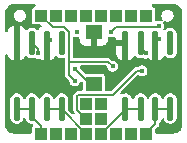
<source format=gbr>
%TF.GenerationSoftware,KiCad,Pcbnew,8.0.1-8.0.1-1~ubuntu22.04.1*%
%TF.CreationDate,2024-03-30T15:26:48+00:00*%
%TF.ProjectId,FES_AO4882,4645535f-414f-4343-9838-322e6b696361,v1.0*%
%TF.SameCoordinates,Original*%
%TF.FileFunction,Copper,L4,Bot*%
%TF.FilePolarity,Positive*%
%FSLAX46Y46*%
G04 Gerber Fmt 4.6, Leading zero omitted, Abs format (unit mm)*
G04 Created by KiCad (PCBNEW 8.0.1-8.0.1-1~ubuntu22.04.1) date 2024-03-30 15:26:48*
%MOMM*%
%LPD*%
G01*
G04 APERTURE LIST*
%TA.AperFunction,ComponentPad*%
%ADD10R,1.000000X1.000000*%
%TD*%
%TA.AperFunction,SMDPad,CuDef*%
%ADD11R,1.360000X1.230000*%
%TD*%
%TA.AperFunction,SMDPad,CuDef*%
%ADD12O,0.590000X2.050000*%
%TD*%
%TA.AperFunction,ViaPad*%
%ADD13C,0.400000*%
%TD*%
%TA.AperFunction,Conductor*%
%ADD14C,0.127000*%
%TD*%
%TA.AperFunction,Conductor*%
%ADD15C,0.150000*%
%TD*%
%TA.AperFunction,Conductor*%
%ADD16C,0.200000*%
%TD*%
G04 APERTURE END LIST*
D10*
%TO.P,J22,1,Pin_1*%
%TO.N,/FES4in*%
X-1905000Y0D03*
%TD*%
%TO.P,J1,1,Pin_1*%
%TO.N,+3.3V*%
X-4445000Y10000000D03*
%TD*%
%TO.P,J5,1,Pin_1*%
%TO.N,/MOSI_ARM*%
X635000Y10000000D03*
%TD*%
%TO.P,J4,1,Pin_1*%
%TO.N,/SWDIO{slash}MISO_ARM*%
X-635000Y10000000D03*
%TD*%
%TO.P,J16,1,Pin_1*%
%TO.N,/SWDIO{slash}MISO_ARM*%
X635000Y2540000D03*
%TD*%
%TO.P,J11,1,Pin_1*%
%TO.N,/FES1in*%
X1905000Y0D03*
%TD*%
%TO.P,J8,1,Pin_1*%
%TO.N,/extRef*%
X4445000Y10000000D03*
%TD*%
%TO.P,J7,1,Pin_1*%
%TO.N,/SPICS_ARM*%
X3175000Y10000000D03*
%TD*%
%TO.P,J12,1,Pin_1*%
%TO.N,/FES1out*%
X635000Y0D03*
%TD*%
%TO.P,J17,1,Pin_1*%
%TO.N,GND*%
X635000Y1270000D03*
%TD*%
%TO.P,J14,1,Pin_1*%
%TO.N,/FES2out*%
X4445000Y0D03*
%TD*%
%TO.P,J13,1,Pin_1*%
%TO.N,/FES2in*%
X3175000Y0D03*
%TD*%
%TO.P,J23,1,Pin_1*%
%TO.N,/FES4out*%
X-635000Y0D03*
%TD*%
%TO.P,J2,1,Pin_1*%
%TO.N,GND*%
X-3175000Y10000000D03*
%TD*%
%TO.P,J24,1,Pin_1*%
%TO.N,VCC*%
X-635000Y1270000D03*
%TD*%
%TO.P,J15,1,Pin_1*%
%TO.N,/SWCLK{slash}IO1out*%
X-635000Y2540000D03*
%TD*%
%TO.P,J20,1,Pin_1*%
%TO.N,/FES3in*%
X-3175000Y0D03*
%TD*%
%TO.P,J6,1,Pin_1*%
%TO.N,/SCLK_ARM*%
X1905000Y10000000D03*
%TD*%
%TO.P,J3,1,Pin_1*%
%TO.N,unconnected-(J3-Pin_1-Pad1)*%
X-1905000Y10000000D03*
%TD*%
%TO.P,J21,1,Pin_1*%
%TO.N,/FES3out*%
X-4445000Y0D03*
%TD*%
D11*
%TO.P,SW1,1,1*%
%TO.N,/GPIO*%
X0Y4220000D03*
%TO.P,SW1,2,2*%
%TO.N,GND*%
X0Y8580000D03*
%TD*%
D12*
%TO.P,Q2,1,S1*%
%TO.N,GND*%
X-6510000Y7670000D03*
%TO.P,Q2,2,G1*%
%TO.N,/PWM3_*%
X-5230000Y7670000D03*
%TO.P,Q2,3,S2*%
%TO.N,GND*%
X-3970000Y7670000D03*
%TO.P,Q2,4,G2*%
%TO.N,/PWM4_*%
X-2700000Y7670000D03*
%TO.P,Q2,5,D2*%
%TO.N,/FES4out*%
X-2700000Y2130000D03*
%TO.P,Q2,6,D2*%
X-3970000Y2130000D03*
%TO.P,Q2,7,D1*%
%TO.N,/FES3out*%
X-5230000Y2130000D03*
%TO.P,Q2,8,D1*%
X-6510000Y2130000D03*
%TD*%
%TO.P,Q1,1,S1*%
%TO.N,GND*%
X2690000Y7670000D03*
%TO.P,Q1,2,G1*%
%TO.N,/PWM1_*%
X3970000Y7670000D03*
%TO.P,Q1,3,S2*%
%TO.N,GND*%
X5230000Y7670000D03*
%TO.P,Q1,4,G2*%
%TO.N,/PWM2_*%
X6500000Y7670000D03*
%TO.P,Q1,5,D2*%
%TO.N,/FES2out*%
X6500000Y2130000D03*
%TO.P,Q1,6,D2*%
X5230000Y2130000D03*
%TO.P,Q1,7,D1*%
%TO.N,/FES1out*%
X3970000Y2130000D03*
%TO.P,Q1,8,D1*%
X2690000Y2130000D03*
%TD*%
D13*
%TO.N,+3.3V*%
X-1600000Y4490001D03*
X1600000Y5700000D03*
%TO.N,GND*%
X-6510000Y7670000D03*
X5500000Y8000000D03*
X-3700000Y7909999D03*
%TO.N,/SWCLK{slash}IO1out*%
X-1400000Y8600000D03*
%TO.N,/GPIO*%
X-1600000Y5500000D03*
%TO.N,VCC*%
X4100000Y5330000D03*
%TO.N,/PWM1*%
X5500000Y9100000D03*
X1500000Y8600000D03*
%TO.N,/PWM2_*%
X6500000Y7670000D03*
%TO.N,/PWM1_*%
X4400000Y6800000D03*
%TO.N,/PWM4_*%
X-2700000Y6890001D03*
%TO.N,/PWM3_*%
X-4700000Y6800000D03*
%TD*%
D14*
%TO.N,+3.3V*%
X-1600000Y4490001D02*
X-2100000Y4990001D01*
X-2100000Y6100000D02*
X1200000Y6100000D01*
X-2100000Y8600000D02*
X-2500000Y9000000D01*
X-3445000Y9000000D02*
X-4445000Y10000000D01*
X-2500000Y9000000D02*
X-3445000Y9000000D01*
X-2100000Y4990001D02*
X-2100000Y6100000D01*
X1200000Y6100000D02*
X1600000Y5700000D01*
X-2100000Y6100000D02*
X-2100000Y8600000D01*
%TO.N,GND*%
X5230000Y7730000D02*
X5500000Y8000000D01*
X5230000Y7670000D02*
X5230000Y7730000D01*
X-3939999Y7670000D02*
X-3700000Y7909999D01*
X-3970000Y7670000D02*
X-3939999Y7670000D01*
%TO.N,/GPIO*%
X-320000Y4220000D02*
X0Y4220000D01*
X-1600000Y5500000D02*
X-320000Y4220000D01*
%TO.N,VCC*%
X3630000Y5330000D02*
X1600000Y3300000D01*
X4100000Y5330000D02*
X3630000Y5330000D01*
X1600000Y3300000D02*
X-1300000Y3300000D01*
X-1400000Y3200000D02*
X-1400000Y2035000D01*
X-1300000Y3300000D02*
X-1400000Y3200000D01*
X-1400000Y2035000D02*
X-635000Y1270000D01*
%TO.N,/PWM1*%
X1900000Y9000000D02*
X5400000Y9000000D01*
X1500000Y8600000D02*
X1900000Y9000000D01*
X5400000Y9000000D02*
X5500000Y9100000D01*
D15*
%TO.N,/FES1out*%
X2690000Y2040000D02*
X723501Y73501D01*
X2690000Y2130000D02*
X2690000Y2040000D01*
X723501Y73501D02*
X635000Y73501D01*
D16*
X2690000Y2130000D02*
X3970000Y2130000D01*
D15*
%TO.N,/FES2out*%
X5230000Y858501D02*
X4445000Y73501D01*
X5230000Y2130000D02*
X5230000Y858501D01*
D16*
X6500000Y2130000D02*
X5230000Y2130000D01*
D15*
%TO.N,/FES3out*%
X-4445000Y615000D02*
X-4445000Y73500D01*
X-5230000Y2130000D02*
X-5230000Y1400000D01*
D16*
X-6510000Y2130000D02*
X-5230000Y2130000D01*
D15*
X-5230000Y1400000D02*
X-4445000Y615000D01*
%TO.N,/FES4out*%
X-693500Y73500D02*
X-635000Y73500D01*
X-2700000Y2080000D02*
X-693500Y73500D01*
D16*
X-3970000Y2130000D02*
X-2700000Y2130000D01*
D15*
X-2700000Y2130000D02*
X-2700000Y2080000D01*
D14*
%TO.N,/PWM1_*%
X4400000Y6800000D02*
X3970000Y7230000D01*
X3970000Y7230000D02*
X3970000Y7670000D01*
%TO.N,/PWM4_*%
X-2700000Y7670000D02*
X-2700000Y6890001D01*
%TO.N,/PWM3_*%
X-4700000Y6800000D02*
X-4700000Y7140000D01*
X-4700000Y7140000D02*
X-5230000Y7670000D01*
%TD*%
%TA.AperFunction,Conductor*%
%TO.N,GND*%
G36*
X-4960090Y10969816D02*
G01*
X-4914335Y10917012D01*
X-4904391Y10847854D01*
X-4933416Y10784298D01*
X-4992194Y10746524D01*
X-5002938Y10743884D01*
X-5042736Y10735968D01*
X-5042740Y10735967D01*
X-5125601Y10680601D01*
X-5180967Y10597740D01*
X-5180968Y10597736D01*
X-5195500Y10524679D01*
X-5195500Y9475322D01*
X-5180968Y9402265D01*
X-5180967Y9402261D01*
X-5180966Y9402260D01*
X-5125601Y9319399D01*
X-5042740Y9264034D01*
X-5042736Y9264033D01*
X-4969679Y9249501D01*
X-4969676Y9249500D01*
X-4969674Y9249500D01*
X-4538370Y9249500D01*
X-4471331Y9229815D01*
X-4425576Y9177011D01*
X-4415632Y9107853D01*
X-4444657Y9044297D01*
X-4469478Y9022399D01*
X-4476780Y9017520D01*
X-4476787Y9017515D01*
X-4587515Y8906787D01*
X-4654905Y8805931D01*
X-4708518Y8761127D01*
X-4777843Y8752420D01*
X-4840870Y8782575D01*
X-4845688Y8787142D01*
X-4895054Y8836508D01*
X-4895062Y8836514D01*
X-5019439Y8908322D01*
X-5019442Y8908324D01*
X-5019445Y8908325D01*
X-5158184Y8945500D01*
X-5301816Y8945500D01*
X-5440555Y8908325D01*
X-5440557Y8908325D01*
X-5440557Y8908324D01*
X-5440562Y8908322D01*
X-5564939Y8836514D01*
X-5564943Y8836511D01*
X-5626302Y8775152D01*
X-5687626Y8741668D01*
X-5757317Y8746653D01*
X-5813251Y8788524D01*
X-5817085Y8793943D01*
X-5892483Y8906783D01*
X-5892486Y8906787D01*
X-6003214Y9017515D01*
X-6003218Y9017518D01*
X-6133420Y9104517D01*
X-6133430Y9104522D01*
X-6260000Y9156949D01*
X-6260000Y6183052D01*
X-6133426Y6235481D01*
X-6133423Y6235482D01*
X-6003218Y6322483D01*
X-6003214Y6322486D01*
X-5892483Y6433217D01*
X-5817085Y6546058D01*
X-5763473Y6590863D01*
X-5694148Y6599570D01*
X-5631121Y6569416D01*
X-5626302Y6564848D01*
X-5564945Y6503491D01*
X-5564943Y6503490D01*
X-5564939Y6503487D01*
X-5443228Y6433218D01*
X-5440555Y6431675D01*
X-5301816Y6394500D01*
X-5301814Y6394500D01*
X-5158187Y6394500D01*
X-5158184Y6394500D01*
X-5030579Y6428692D01*
X-4960732Y6427029D01*
X-4931454Y6413235D01*
X-4889069Y6385996D01*
X-4770780Y6351264D01*
X-4764775Y6349501D01*
X-4764773Y6349500D01*
X-4764772Y6349500D01*
X-4635227Y6349500D01*
X-4635227Y6349501D01*
X-4604226Y6358604D01*
X-4534358Y6358605D01*
X-4481609Y6327308D01*
X-4476787Y6322486D01*
X-4476783Y6322483D01*
X-4346578Y6235482D01*
X-4346575Y6235481D01*
X-4220001Y6183052D01*
X-4220000Y6183052D01*
X-4220000Y7796000D01*
X-4200315Y7863039D01*
X-4147511Y7908794D01*
X-4096000Y7920000D01*
X-3844000Y7920000D01*
X-3776961Y7900315D01*
X-3731206Y7847511D01*
X-3720000Y7796000D01*
X-3720000Y6183052D01*
X-3593426Y6235481D01*
X-3593423Y6235482D01*
X-3463218Y6322483D01*
X-3463214Y6322486D01*
X-3352485Y6433215D01*
X-3281092Y6540063D01*
X-3227480Y6584868D01*
X-3158155Y6593576D01*
X-3095127Y6563422D01*
X-3090308Y6558854D01*
X-3034945Y6503491D01*
X-3034943Y6503490D01*
X-3034939Y6503487D01*
X-2913228Y6433218D01*
X-2910555Y6431675D01*
X-2771816Y6394500D01*
X-2771814Y6394500D01*
X-2628187Y6394500D01*
X-2628184Y6394500D01*
X-2570092Y6410066D01*
X-2500244Y6408403D01*
X-2442381Y6369241D01*
X-2414877Y6305012D01*
X-2414000Y6290291D01*
X-2414000Y6141339D01*
X-2414000Y4948662D01*
X-2411813Y4940501D01*
X-2402035Y4904006D01*
X-2392603Y4868806D01*
X-2392598Y4868795D01*
X-2351268Y4797208D01*
X-2351262Y4797200D01*
X-2086176Y4532114D01*
X-2052691Y4470791D01*
X-2051119Y4462080D01*
X-2036698Y4361776D01*
X-1982883Y4243940D01*
X-1982882Y4243938D01*
X-1898049Y4146034D01*
X-1789069Y4075997D01*
X-1664775Y4039502D01*
X-1664773Y4039501D01*
X-1664772Y4039501D01*
X-1535227Y4039501D01*
X-1535227Y4039502D01*
X-1410931Y4075997D01*
X-1301951Y4146034D01*
X-1217118Y4243938D01*
X-1167294Y4353039D01*
X-1121539Y4405840D01*
X-1054500Y4425525D01*
X-987460Y4405840D01*
X-941706Y4353036D01*
X-930500Y4301525D01*
X-930500Y3738000D01*
X-950185Y3670961D01*
X-1002989Y3625206D01*
X-1054500Y3614000D01*
X-1341342Y3614000D01*
X-1404319Y3597126D01*
X-1404324Y3597124D01*
X-1419416Y3593080D01*
X-1421204Y3592600D01*
X-1492798Y3551264D01*
X-1492804Y3551260D01*
X-1651262Y3392802D01*
X-1651266Y3392797D01*
X-1692602Y3321201D01*
X-1692601Y3321201D01*
X-1692601Y3321200D01*
X-1692601Y3321199D01*
X-1699215Y3296514D01*
X-1714000Y3241338D01*
X-1714000Y1993662D01*
X-1703595Y1954827D01*
X-1700227Y1942260D01*
X-1692601Y1913800D01*
X-1651263Y1842200D01*
X-1651259Y1842196D01*
X-1646693Y1836245D01*
X-1621498Y1771076D01*
X-1635535Y1702631D01*
X-1684349Y1652641D01*
X-1752440Y1636976D01*
X-1818190Y1660611D01*
X-1832749Y1673076D01*
X-2118181Y1958508D01*
X-2151666Y2019831D01*
X-2154500Y2046189D01*
X-2154500Y2931814D01*
X-2154500Y2931816D01*
X-2191675Y3070555D01*
X-2263050Y3194182D01*
X-2263487Y3194939D01*
X-2263493Y3194947D01*
X-2365054Y3296508D01*
X-2365062Y3296514D01*
X-2489439Y3368322D01*
X-2489442Y3368324D01*
X-2489445Y3368325D01*
X-2628184Y3405500D01*
X-2771816Y3405500D01*
X-2910555Y3368325D01*
X-2910557Y3368325D01*
X-2910557Y3368324D01*
X-2910562Y3368322D01*
X-3034939Y3296514D01*
X-3034947Y3296508D01*
X-3136508Y3194947D01*
X-3136514Y3194939D01*
X-3208322Y3070562D01*
X-3208325Y3070557D01*
X-3210226Y3063462D01*
X-3214170Y3048739D01*
X-3215225Y3044802D01*
X-3251590Y2985142D01*
X-3314437Y2954613D01*
X-3383813Y2962908D01*
X-3437691Y3007393D01*
X-3454775Y3044802D01*
X-3455830Y3048739D01*
X-3461675Y3070555D01*
X-3533050Y3194182D01*
X-3533487Y3194939D01*
X-3533493Y3194947D01*
X-3635054Y3296508D01*
X-3635062Y3296514D01*
X-3759439Y3368322D01*
X-3759442Y3368324D01*
X-3759445Y3368325D01*
X-3898184Y3405500D01*
X-4041816Y3405500D01*
X-4180555Y3368325D01*
X-4180557Y3368325D01*
X-4180557Y3368324D01*
X-4180562Y3368322D01*
X-4304939Y3296514D01*
X-4304947Y3296508D01*
X-4406508Y3194947D01*
X-4406514Y3194939D01*
X-4478322Y3070562D01*
X-4478325Y3070557D01*
X-4479252Y3067099D01*
X-4480227Y3063461D01*
X-4516590Y3003802D01*
X-4579437Y2973273D01*
X-4648813Y2981568D01*
X-4702691Y3026053D01*
X-4719774Y3063460D01*
X-4721675Y3070555D01*
X-4793050Y3194182D01*
X-4793487Y3194939D01*
X-4793493Y3194947D01*
X-4895054Y3296508D01*
X-4895062Y3296514D01*
X-5019439Y3368322D01*
X-5019442Y3368324D01*
X-5019445Y3368325D01*
X-5158184Y3405500D01*
X-5301816Y3405500D01*
X-5440555Y3368325D01*
X-5440557Y3368325D01*
X-5440557Y3368324D01*
X-5440562Y3368322D01*
X-5564939Y3296514D01*
X-5564947Y3296508D01*
X-5666508Y3194947D01*
X-5666514Y3194939D01*
X-5738322Y3070562D01*
X-5738325Y3070557D01*
X-5750225Y3026142D01*
X-5786590Y2966482D01*
X-5849437Y2935953D01*
X-5918813Y2944248D01*
X-5972691Y2988733D01*
X-5989775Y3026142D01*
X-5995829Y3048737D01*
X-6001675Y3070555D01*
X-6073050Y3194182D01*
X-6073487Y3194939D01*
X-6073493Y3194947D01*
X-6175054Y3296508D01*
X-6175062Y3296514D01*
X-6299439Y3368322D01*
X-6299442Y3368324D01*
X-6299445Y3368325D01*
X-6438184Y3405500D01*
X-6581816Y3405500D01*
X-6720555Y3368325D01*
X-6720557Y3368325D01*
X-6720557Y3368324D01*
X-6720562Y3368322D01*
X-6844939Y3296514D01*
X-6844947Y3296508D01*
X-6946508Y3194947D01*
X-6946514Y3194939D01*
X-7018322Y3070562D01*
X-7018325Y3070557D01*
X-7018325Y3070555D01*
X-7055500Y2931816D01*
X-7055500Y1328184D01*
X-7018325Y1189445D01*
X-7018324Y1189444D01*
X-7018322Y1189439D01*
X-6946514Y1065062D01*
X-6946510Y1065057D01*
X-6946509Y1065055D01*
X-6844945Y963491D01*
X-6844943Y963490D01*
X-6844939Y963487D01*
X-6787548Y930353D01*
X-6720555Y891675D01*
X-6581816Y854500D01*
X-6581814Y854500D01*
X-6438187Y854500D01*
X-6438184Y854500D01*
X-6299445Y891675D01*
X-6175055Y963491D01*
X-6073491Y1065055D01*
X-6001675Y1189445D01*
X-5989775Y1233860D01*
X-5953410Y1293519D01*
X-5890563Y1324048D01*
X-5821188Y1315753D01*
X-5767310Y1271268D01*
X-5750227Y1233861D01*
X-5738325Y1189446D01*
X-5738322Y1189439D01*
X-5666514Y1065062D01*
X-5666510Y1065057D01*
X-5666509Y1065055D01*
X-5564945Y963491D01*
X-5564943Y963490D01*
X-5564939Y963487D01*
X-5507548Y930353D01*
X-5440555Y891675D01*
X-5301816Y854500D01*
X-5301814Y854500D01*
X-5241393Y854500D01*
X-5174354Y834815D01*
X-5128599Y782011D01*
X-5118655Y712853D01*
X-5138290Y661610D01*
X-5180967Y597740D01*
X-5180968Y597736D01*
X-5195500Y524679D01*
X-5195500Y134501D01*
X-5215185Y67462D01*
X-5267989Y21707D01*
X-5319500Y10501D01*
X-6743910Y10501D01*
X-6756063Y11098D01*
X-6882113Y23512D01*
X-6905956Y28255D01*
X-7021311Y63248D01*
X-7043768Y72550D01*
X-7150072Y129371D01*
X-7170284Y142876D01*
X-7263465Y219348D01*
X-7280653Y236536D01*
X-7357125Y329717D01*
X-7370630Y349929D01*
X-7427451Y456233D01*
X-7436753Y478690D01*
X-7471746Y594045D01*
X-7476488Y617882D01*
X-7488118Y735966D01*
X-7488903Y743940D01*
X-7489500Y756093D01*
X-7489500Y6603897D01*
X-7469815Y6670936D01*
X-7417011Y6716691D01*
X-7347853Y6726635D01*
X-7284297Y6697610D01*
X-7250939Y6651349D01*
X-7214524Y6563433D01*
X-7214518Y6563422D01*
X-7127518Y6433218D01*
X-7127515Y6433214D01*
X-7016787Y6322486D01*
X-7016783Y6322483D01*
X-6886578Y6235482D01*
X-6886575Y6235481D01*
X-6760001Y6183052D01*
X-6760000Y6183052D01*
X-6760000Y9156949D01*
X-6760001Y9156949D01*
X-6886571Y9104522D01*
X-6886581Y9104517D01*
X-7016783Y9017518D01*
X-7016787Y9017515D01*
X-7127515Y8906787D01*
X-7127518Y8906783D01*
X-7214517Y8776581D01*
X-7214522Y8776572D01*
X-7250939Y8688651D01*
X-7294780Y8634248D01*
X-7361074Y8612183D01*
X-7428773Y8629462D01*
X-7476384Y8680599D01*
X-7489500Y8736104D01*
X-7489500Y10000000D01*
X-6765750Y10000000D01*
X-6744860Y9854698D01*
X-6744859Y9854693D01*
X-6683879Y9721168D01*
X-6683877Y9721164D01*
X-6663068Y9697149D01*
X-6603244Y9628109D01*
X-6587744Y9610222D01*
X-6464250Y9530857D01*
X-6464249Y9530857D01*
X-6464248Y9530856D01*
X-6323402Y9489501D01*
X-6323400Y9489500D01*
X-6323399Y9489500D01*
X-6176600Y9489500D01*
X-6176600Y9489501D01*
X-6049179Y9526914D01*
X-6035753Y9530856D01*
X-6035753Y9530857D01*
X-6035750Y9530857D01*
X-5912256Y9610222D01*
X-5816123Y9721164D01*
X-5755141Y9854696D01*
X-5734250Y10000000D01*
X-5755141Y10145304D01*
X-5755142Y10145305D01*
X-5755142Y10145308D01*
X-5804940Y10254349D01*
X-5816123Y10278836D01*
X-5912256Y10389778D01*
X-6035750Y10469143D01*
X-6035751Y10469144D01*
X-6035752Y10469144D01*
X-6035753Y10469145D01*
X-6176599Y10510500D01*
X-6176601Y10510500D01*
X-6323399Y10510500D01*
X-6323402Y10510500D01*
X-6464248Y10469145D01*
X-6464249Y10469144D01*
X-6587742Y10389780D01*
X-6587746Y10389777D01*
X-6683876Y10278838D01*
X-6683879Y10278833D01*
X-6744859Y10145308D01*
X-6744860Y10145303D01*
X-6765750Y10000000D01*
X-7489500Y10000000D01*
X-7489500Y10243909D01*
X-7488903Y10256062D01*
X-7482123Y10324904D01*
X-7476488Y10382121D01*
X-7471746Y10405956D01*
X-7471745Y10405957D01*
X-7436753Y10521311D01*
X-7427451Y10543767D01*
X-7370629Y10650074D01*
X-7357125Y10670284D01*
X-7348658Y10680601D01*
X-7280650Y10763469D01*
X-7263469Y10780650D01*
X-7170283Y10857127D01*
X-7150072Y10870630D01*
X-7150070Y10870631D01*
X-7043762Y10927454D01*
X-7021311Y10936753D01*
X-7012677Y10939373D01*
X-6905954Y10971747D01*
X-6882121Y10976488D01*
X-6764476Y10988075D01*
X-6756061Y10988903D01*
X-6743908Y10989500D01*
X-6695234Y10989500D01*
X-6695225Y10989501D01*
X-5027129Y10989501D01*
X-4960090Y10969816D01*
G37*
%TD.AperFunction*%
%TA.AperFunction,Conductor*%
G36*
X6756061Y10988904D02*
G01*
X6765633Y10987962D01*
X6882118Y10976489D01*
X6905948Y10971750D01*
X7021313Y10936754D01*
X7043761Y10927455D01*
X7150072Y10870631D01*
X7170282Y10857127D01*
X7263464Y10780656D01*
X7280654Y10763466D01*
X7357124Y10670286D01*
X7370628Y10650076D01*
X7427452Y10543767D01*
X7436754Y10521311D01*
X7452579Y10469143D01*
X7471747Y10405957D01*
X7476489Y10382115D01*
X7488903Y10256074D01*
X7489500Y10243920D01*
X7489500Y756094D01*
X7488903Y743940D01*
X7476488Y617888D01*
X7471746Y594047D01*
X7436753Y478691D01*
X7427450Y456233D01*
X7370629Y349928D01*
X7357124Y329716D01*
X7280653Y236536D01*
X7263465Y219348D01*
X7170284Y142876D01*
X7150072Y129371D01*
X7043768Y72550D01*
X7021310Y63247D01*
X6905954Y28254D01*
X6882113Y23512D01*
X6756072Y11098D01*
X6743918Y10501D01*
X5319500Y10501D01*
X5252461Y30186D01*
X5206706Y82990D01*
X5195500Y134501D01*
X5195500Y312314D01*
X5215185Y379353D01*
X5231815Y399991D01*
X5419652Y587829D01*
X5419657Y587832D01*
X5429860Y598036D01*
X5429862Y598036D01*
X5490465Y658639D01*
X5533318Y732863D01*
X5535401Y740638D01*
X5555501Y815648D01*
X5555501Y901354D01*
X5555501Y902685D01*
X5575186Y969724D01*
X5591820Y990366D01*
X5611390Y1009936D01*
X5666509Y1065055D01*
X5738325Y1189445D01*
X5745225Y1215200D01*
X5781590Y1274859D01*
X5844437Y1305388D01*
X5913812Y1297094D01*
X5967690Y1252608D01*
X5984773Y1215201D01*
X5991675Y1189446D01*
X5991678Y1189439D01*
X6063486Y1065062D01*
X6063490Y1065057D01*
X6063491Y1065055D01*
X6165055Y963491D01*
X6165057Y963490D01*
X6165061Y963487D01*
X6222452Y930353D01*
X6289445Y891675D01*
X6428184Y854500D01*
X6428186Y854500D01*
X6571813Y854500D01*
X6571816Y854500D01*
X6710555Y891675D01*
X6834945Y963491D01*
X6936509Y1065055D01*
X7008325Y1189445D01*
X7045500Y1328184D01*
X7045500Y2931816D01*
X7008325Y3070555D01*
X6936950Y3194182D01*
X6936513Y3194939D01*
X6936507Y3194947D01*
X6834946Y3296508D01*
X6834938Y3296514D01*
X6710561Y3368322D01*
X6710558Y3368324D01*
X6710555Y3368325D01*
X6571816Y3405500D01*
X6428184Y3405500D01*
X6289445Y3368325D01*
X6289443Y3368325D01*
X6289443Y3368324D01*
X6289438Y3368322D01*
X6165061Y3296514D01*
X6165053Y3296508D01*
X6063492Y3194947D01*
X6063486Y3194939D01*
X5991678Y3070562D01*
X5991675Y3070557D01*
X5989774Y3063462D01*
X5985830Y3048739D01*
X5984775Y3044802D01*
X5948410Y2985142D01*
X5885563Y2954613D01*
X5816187Y2962908D01*
X5762309Y3007393D01*
X5745225Y3044802D01*
X5744170Y3048739D01*
X5738325Y3070555D01*
X5666950Y3194182D01*
X5666513Y3194939D01*
X5666507Y3194947D01*
X5564946Y3296508D01*
X5564938Y3296514D01*
X5440561Y3368322D01*
X5440558Y3368324D01*
X5440555Y3368325D01*
X5301816Y3405500D01*
X5158184Y3405500D01*
X5019445Y3368325D01*
X5019443Y3368325D01*
X5019443Y3368324D01*
X5019438Y3368322D01*
X4895061Y3296514D01*
X4895053Y3296508D01*
X4793492Y3194947D01*
X4793486Y3194939D01*
X4721678Y3070562D01*
X4721675Y3070557D01*
X4720748Y3067099D01*
X4719773Y3063461D01*
X4683410Y3003802D01*
X4620563Y2973273D01*
X4551187Y2981568D01*
X4497309Y3026053D01*
X4480226Y3063460D01*
X4478325Y3070555D01*
X4406950Y3194182D01*
X4406513Y3194939D01*
X4406507Y3194947D01*
X4304946Y3296508D01*
X4304938Y3296514D01*
X4180561Y3368322D01*
X4180558Y3368324D01*
X4180555Y3368325D01*
X4041816Y3405500D01*
X3898184Y3405500D01*
X3759445Y3368325D01*
X3759443Y3368325D01*
X3759443Y3368324D01*
X3759438Y3368322D01*
X3635061Y3296514D01*
X3635053Y3296508D01*
X3533492Y3194947D01*
X3533486Y3194939D01*
X3461678Y3070562D01*
X3461675Y3070557D01*
X3449775Y3026142D01*
X3413410Y2966482D01*
X3350563Y2935953D01*
X3281187Y2944248D01*
X3227309Y2988733D01*
X3210225Y3026142D01*
X3204171Y3048737D01*
X3198325Y3070555D01*
X3126950Y3194182D01*
X3126513Y3194939D01*
X3126507Y3194947D01*
X3024946Y3296508D01*
X3024938Y3296514D01*
X2900561Y3368322D01*
X2900558Y3368324D01*
X2900555Y3368325D01*
X2761816Y3405500D01*
X2618184Y3405500D01*
X2570776Y3392797D01*
X2479443Y3368325D01*
X2426663Y3337852D01*
X2358762Y3321381D01*
X2292736Y3344234D01*
X2249546Y3399155D01*
X2242905Y3468709D01*
X2274922Y3530811D01*
X2276940Y3532878D01*
X3687552Y4943490D01*
X3748873Y4976973D01*
X3818565Y4971989D01*
X3842263Y4960126D01*
X3910931Y4915996D01*
X3910933Y4915996D01*
X3910934Y4915995D01*
X4035225Y4879501D01*
X4035227Y4879500D01*
X4035228Y4879500D01*
X4164773Y4879500D01*
X4164773Y4879501D01*
X4289069Y4915996D01*
X4398049Y4986033D01*
X4482882Y5083937D01*
X4536697Y5201774D01*
X4555133Y5330000D01*
X4536697Y5458226D01*
X4482882Y5576063D01*
X4398049Y5673967D01*
X4289069Y5744004D01*
X4289065Y5744006D01*
X4289064Y5744006D01*
X4164774Y5780500D01*
X4164772Y5780500D01*
X4035228Y5780500D01*
X4035226Y5780500D01*
X3910935Y5744006D01*
X3910932Y5744005D01*
X3910931Y5744004D01*
X3837687Y5696933D01*
X3794490Y5669172D01*
X3793725Y5670362D01*
X3738759Y5645261D01*
X3721117Y5644000D01*
X3671339Y5644000D01*
X3588661Y5644000D01*
X3535421Y5629734D01*
X3508800Y5622601D01*
X3437200Y5581264D01*
X3437198Y5581262D01*
X1506256Y3650319D01*
X1444933Y3616834D01*
X1418575Y3614000D01*
X1054500Y3614000D01*
X987461Y3633685D01*
X941706Y3686489D01*
X930500Y3738000D01*
X930500Y4859677D01*
X930499Y4859679D01*
X915967Y4932736D01*
X915966Y4932740D01*
X910780Y4940501D01*
X860601Y5015601D01*
X777740Y5070966D01*
X777739Y5070967D01*
X777735Y5070968D01*
X704677Y5085500D01*
X704674Y5085500D01*
X-690075Y5085500D01*
X-757114Y5105185D01*
X-777756Y5121819D01*
X-1113825Y5457888D01*
X-1147310Y5519211D01*
X-1148882Y5527923D01*
X-1155187Y5571774D01*
X-1163303Y5628226D01*
X-1164565Y5637005D01*
X-1162963Y5637236D01*
X-1162963Y5696933D01*
X-1125189Y5755712D01*
X-1061634Y5784738D01*
X-1043985Y5786000D01*
X1018575Y5786000D01*
X1085614Y5766315D01*
X1106256Y5749681D01*
X1113824Y5742113D01*
X1147309Y5680790D01*
X1148881Y5672079D01*
X1163302Y5571775D01*
X1183329Y5527923D01*
X1217118Y5453937D01*
X1301951Y5356033D01*
X1410931Y5285996D01*
X1535225Y5249501D01*
X1535227Y5249500D01*
X1535228Y5249500D01*
X1664773Y5249500D01*
X1664773Y5249501D01*
X1789069Y5285996D01*
X1898049Y5356033D01*
X1982882Y5453937D01*
X2036697Y5571774D01*
X2055133Y5700000D01*
X2036697Y5828226D01*
X1982882Y5946063D01*
X1898049Y6043967D01*
X1789069Y6114004D01*
X1789065Y6114006D01*
X1789064Y6114006D01*
X1664774Y6150500D01*
X1664772Y6150500D01*
X1644925Y6150500D01*
X1577886Y6170185D01*
X1557244Y6186819D01*
X1392799Y6351264D01*
X1321198Y6392602D01*
X1313367Y6394701D01*
X1304323Y6397124D01*
X1304321Y6397125D01*
X1241340Y6414000D01*
X1241339Y6414000D01*
X-1662000Y6414000D01*
X-1729039Y6433685D01*
X-1774794Y6486489D01*
X-1786000Y6538000D01*
X-1786000Y7420000D01*
X1895000Y7420000D01*
X1895000Y6861695D01*
X1925549Y6708115D01*
X1925551Y6708107D01*
X1985478Y6563429D01*
X1985482Y6563422D01*
X2072482Y6433218D01*
X2072485Y6433214D01*
X2183213Y6322486D01*
X2183217Y6322483D01*
X2313422Y6235482D01*
X2313425Y6235481D01*
X2439999Y6183052D01*
X2440000Y6183052D01*
X2440000Y7420000D01*
X1895000Y7420000D01*
X-1786000Y7420000D01*
X-1786000Y8085468D01*
X-1766315Y8152507D01*
X-1713511Y8198262D01*
X-1644353Y8208206D01*
X-1594960Y8189782D01*
X-1589069Y8185996D01*
X-1589067Y8185995D01*
X-1464775Y8149501D01*
X-1464773Y8149500D01*
X-1464772Y8149500D01*
X-1335227Y8149500D01*
X-1326448Y8150762D01*
X-1326110Y8148409D01*
X-1269081Y8148417D01*
X-1210298Y8110651D01*
X-1181265Y8047099D01*
X-1180000Y8029435D01*
X-1180000Y7917156D01*
X-1173599Y7857628D01*
X-1173597Y7857621D01*
X-1123355Y7722914D01*
X-1123351Y7722907D01*
X-1037191Y7607813D01*
X-1037188Y7607810D01*
X-922094Y7521650D01*
X-922087Y7521646D01*
X-787380Y7471404D01*
X-787373Y7471402D01*
X-727845Y7465001D01*
X-727828Y7465000D01*
X-250000Y7465000D01*
X-250000Y8706000D01*
X-230315Y8773039D01*
X-177511Y8818794D01*
X-126000Y8830000D01*
X126000Y8830000D01*
X193039Y8810315D01*
X238794Y8757511D01*
X250000Y8706000D01*
X250000Y7465000D01*
X727828Y7465000D01*
X727844Y7465001D01*
X787372Y7471402D01*
X787379Y7471404D01*
X922086Y7521646D01*
X922093Y7521650D01*
X1037187Y7607810D01*
X1037190Y7607813D01*
X1123350Y7722907D01*
X1123354Y7722914D01*
X1173596Y7857621D01*
X1173598Y7857628D01*
X1179999Y7917156D01*
X1180000Y7917173D01*
X1180000Y8058797D01*
X1199685Y8125836D01*
X1252489Y8171591D01*
X1321647Y8181535D01*
X1338928Y8177776D01*
X1400275Y8159763D01*
X1435227Y8149500D01*
X1435228Y8149500D01*
X1564773Y8149500D01*
X1564773Y8149501D01*
X1689069Y8185996D01*
X1703961Y8195567D01*
X1770998Y8215252D01*
X1838037Y8195569D01*
X1883793Y8142766D01*
X1895000Y8091252D01*
X1895000Y7920000D01*
X2816000Y7920000D01*
X2883039Y7900315D01*
X2928794Y7847511D01*
X2940000Y7796000D01*
X2940000Y6183052D01*
X3066574Y6235481D01*
X3066577Y6235482D01*
X3196782Y6322483D01*
X3196786Y6322486D01*
X3307517Y6433217D01*
X3382915Y6546058D01*
X3436527Y6590863D01*
X3505852Y6599570D01*
X3568879Y6569416D01*
X3573698Y6564848D01*
X3635055Y6503491D01*
X3635057Y6503490D01*
X3635061Y6503487D01*
X3756772Y6433218D01*
X3759445Y6431675D01*
X3898184Y6394500D01*
X3898186Y6394500D01*
X4041815Y6394500D01*
X4041816Y6394500D01*
X4098843Y6409781D01*
X4168691Y6408120D01*
X4197975Y6394323D01*
X4210931Y6385996D01*
X4210934Y6385995D01*
X4210933Y6385995D01*
X4304218Y6358605D01*
X4329220Y6351264D01*
X4335225Y6349501D01*
X4335227Y6349500D01*
X4335228Y6349500D01*
X4464772Y6349500D01*
X4573079Y6381301D01*
X4642948Y6381301D01*
X4695694Y6350005D01*
X4723213Y6322486D01*
X4723217Y6322483D01*
X4853422Y6235482D01*
X4853425Y6235481D01*
X4979999Y6183052D01*
X4980000Y6183052D01*
X4980000Y7796000D01*
X4999685Y7863039D01*
X5052489Y7908794D01*
X5104000Y7920000D01*
X5356000Y7920000D01*
X5423039Y7900315D01*
X5468794Y7847511D01*
X5480000Y7796000D01*
X5480000Y6183052D01*
X5606574Y6235481D01*
X5606577Y6235482D01*
X5736782Y6322483D01*
X5736786Y6322486D01*
X5847515Y6433215D01*
X5918908Y6540063D01*
X5972520Y6584868D01*
X6041845Y6593576D01*
X6104873Y6563422D01*
X6109692Y6558854D01*
X6165055Y6503491D01*
X6165057Y6503490D01*
X6165061Y6503487D01*
X6286772Y6433218D01*
X6289445Y6431675D01*
X6428184Y6394500D01*
X6428186Y6394500D01*
X6571813Y6394500D01*
X6571816Y6394500D01*
X6710555Y6431675D01*
X6834945Y6503491D01*
X6936509Y6605055D01*
X7008325Y6729445D01*
X7045500Y6868184D01*
X7045500Y8471816D01*
X7008325Y8610555D01*
X6985840Y8649500D01*
X6936513Y8734939D01*
X6936507Y8734947D01*
X6834946Y8836508D01*
X6834938Y8836514D01*
X6710561Y8908322D01*
X6710558Y8908324D01*
X6710555Y8908325D01*
X6571816Y8945500D01*
X6428184Y8945500D01*
X6289445Y8908325D01*
X6289443Y8908325D01*
X6289443Y8908324D01*
X6289438Y8908322D01*
X6165061Y8836514D01*
X6165053Y8836508D01*
X6117034Y8788489D01*
X6055711Y8755005D01*
X5986019Y8759990D01*
X5930086Y8801861D01*
X5905670Y8867326D01*
X5916560Y8927682D01*
X5936697Y8971774D01*
X5955133Y9100000D01*
X5936697Y9228226D01*
X5882882Y9346063D01*
X5879597Y9351175D01*
X5859915Y9418215D01*
X5879602Y9485254D01*
X5932407Y9531007D01*
X6001566Y9540948D01*
X6035437Y9531000D01*
X6035754Y9530855D01*
X6176598Y9489501D01*
X6176600Y9489500D01*
X6176601Y9489500D01*
X6323400Y9489500D01*
X6323400Y9489501D01*
X6450821Y9526914D01*
X6464247Y9530856D01*
X6464247Y9530857D01*
X6464250Y9530857D01*
X6587744Y9610222D01*
X6683877Y9721164D01*
X6744859Y9854696D01*
X6765750Y10000000D01*
X6744859Y10145304D01*
X6744858Y10145305D01*
X6744858Y10145308D01*
X6695060Y10254349D01*
X6683877Y10278836D01*
X6587744Y10389778D01*
X6464250Y10469143D01*
X6464249Y10469144D01*
X6464248Y10469144D01*
X6464247Y10469145D01*
X6323401Y10510500D01*
X6323399Y10510500D01*
X6176601Y10510500D01*
X6176598Y10510500D01*
X6035752Y10469145D01*
X6035751Y10469144D01*
X5912258Y10389780D01*
X5912254Y10389777D01*
X5816124Y10278838D01*
X5816121Y10278833D01*
X5755141Y10145308D01*
X5755140Y10145303D01*
X5734250Y10000000D01*
X5755140Y9854698D01*
X5755141Y9854693D01*
X5816121Y9721168D01*
X5816123Y9721164D01*
X5816124Y9721163D01*
X5816127Y9721159D01*
X5823689Y9712432D01*
X5852716Y9648877D01*
X5842773Y9579719D01*
X5797019Y9526914D01*
X5729980Y9507228D01*
X5695045Y9512250D01*
X5564772Y9550500D01*
X5435228Y9550500D01*
X5435226Y9550500D01*
X5354434Y9526778D01*
X5284564Y9526778D01*
X5225786Y9564553D01*
X5196762Y9628109D01*
X5195500Y9645755D01*
X5195500Y10524677D01*
X5195499Y10524679D01*
X5180967Y10597736D01*
X5180966Y10597740D01*
X5172619Y10610232D01*
X5125601Y10680601D01*
X5044499Y10734791D01*
X5042739Y10735967D01*
X5042735Y10735968D01*
X5002938Y10743884D01*
X4941027Y10776269D01*
X4906452Y10836985D01*
X4910192Y10906754D01*
X4951059Y10963426D01*
X5016077Y10989007D01*
X5027129Y10989501D01*
X6743908Y10989501D01*
X6756061Y10988904D01*
G37*
%TD.AperFunction*%
%TD*%
M02*

</source>
